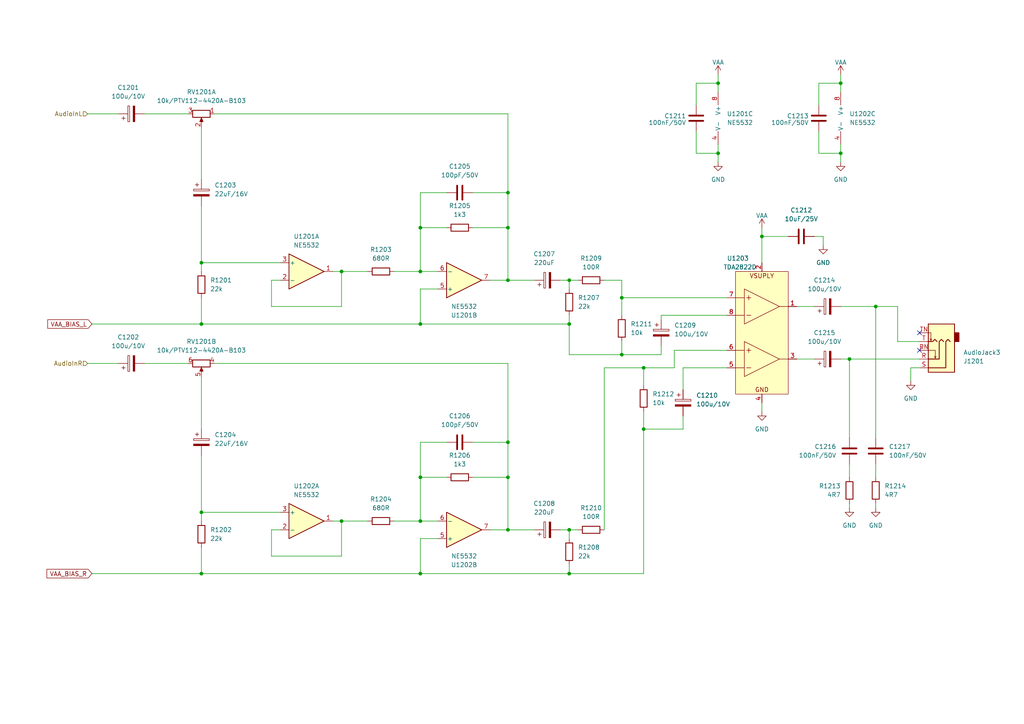
<source format=kicad_sch>
(kicad_sch (version 20230121) (generator eeschema)
  (paper "A4")
  (lib_symbols
    (symbol "Amplifier_Operational:NE5532" (pin_names (offset 0.127))
      (property "Reference" "U" (at 0 5.08 0))
      (property "Value" "NE5532" (at 0 -5.08 0))
      (symbol "NE5532_1_1"
        (polyline (pts (xy -5.08 5.08) (xy 5.08 0) (xy -5.08 -5.08) (xy -5.08 5.08)) (stroke (width 0.254)) (fill (type background)))
        (pin output line (at 7.62 0 180) (length 2.54) (name "~") (number "1"))
        (pin input line (at -7.62 -2.54 0) (length 2.54) (name "-") (number "2"))
        (pin input line (at -7.62 2.54 0) (length 2.54) (name "+") (number "3"))
      )
      (symbol "NE5532_2_1"
        (polyline (pts (xy -5.08 5.08) (xy 5.08 0) (xy -5.08 -5.08) (xy -5.08 5.08)) (stroke (width 0.254)) (fill (type background)))
        (pin input line (at -7.62 2.54 0) (length 2.54) (name "+") (number "5"))
        (pin input line (at -7.62 -2.54 0) (length 2.54) (name "-") (number "6"))
        (pin output line (at 7.62 0 180) (length 2.54) (name "~") (number "7"))
      )
      (symbol "NE5532_3_1"
        (pin power_in line (at -2.54 -7.62 90) (length 3.81) (name "V-") (number "4"))
        (pin power_in line (at -2.54 7.62 270) (length 3.81) (name "V+") (number "8"))
      )
    )
    (symbol "Connector_Audio:AudioJack3_SwitchTR"
      (property "Reference" "J" (at 0 8.89 0))
      (property "Value" "AudioJack3_SwitchTR" (at 0 6.35 0))
      (symbol "AudioJack3_SwitchTR_0_1"
        (rectangle (start -5.08 -5.08) (end -6.35 -7.62) (stroke (width 0.254)) (fill (type outline)))
        (polyline (pts (xy 0.508 -0.254) (xy 0.762 -0.762)))
        (polyline (pts (xy 1.778 -5.334) (xy 2.032 -5.842)))
        (polyline (pts (xy 0 -5.08) (xy 0.635 -5.715) (xy 1.27 -5.08) (xy 2.54 -5.08)) (stroke (width 0.254)))
        (polyline (pts (xy 2.54 -7.62) (xy 1.778 -7.62) (xy 1.778 -5.334) (xy 1.524 -5.842)))
        (polyline (pts (xy 2.54 -2.54) (xy 0.508 -2.54) (xy 0.508 -0.254) (xy 0.254 -0.762)))
        (polyline (pts (xy -1.905 -5.08) (xy -1.27 -5.715) (xy -0.635 -5.08) (xy -0.635 0) (xy 2.54 0)) (stroke (width 0.254)))
        (polyline (pts (xy 2.54 2.54) (xy -2.54 2.54) (xy -2.54 -5.08) (xy -3.175 -5.715) (xy -3.81 -5.08)) (stroke (width 0.254)))
        (rectangle (start 2.54 3.81) (end -5.08 -10.16) (stroke (width 0.254)) (fill (type background)))
      )
      (symbol "AudioJack3_SwitchTR_1_1"
        (pin passive line (at 5.08 0 180) (length 2.54) (name "~") (number "R"))
        (pin passive line (at 5.08 -2.54 180) (length 2.54) (name "~") (number "RN"))
        (pin passive line (at 5.08 2.54 180) (length 2.54) (name "~") (number "S"))
        (pin passive line (at 5.08 -5.08 180) (length 2.54) (name "~") (number "T"))
        (pin passive line (at 5.08 -7.62 180) (length 2.54) (name "~") (number "TN"))
      )
    )
    (symbol "Device:C" (pin_numbers hide) (pin_names (offset 0.254))
      (property "Reference" "C" (at 0.635 2.54 0))
      (property "Value" "C" (at 0.635 -2.54 0))
      (symbol "C_0_1"
        (polyline (pts (xy -2.032 -0.762) (xy 2.032 -0.762)) (stroke (width 0.508)))
        (polyline (pts (xy -2.032 0.762) (xy 2.032 0.762)) (stroke (width 0.508)))
      )
      (symbol "C_1_1"
        (pin passive line (at 0 3.81 270) (length 2.794) (name "~") (number "1"))
        (pin passive line (at 0 -3.81 90) (length 2.794) (name "~") (number "2"))
      )
    )
    (symbol "Device:C_Polarized" (pin_numbers hide) (pin_names (offset 0.254))
      (property "Reference" "C" (at 0.635 2.54 0))
      (property "Value" "C_Polarized" (at 0.635 -2.54 0))
      (symbol "C_Polarized_0_1"
        (rectangle (start -2.286 0.508) (end 2.286 1.016))
        (polyline (pts (xy -1.778 2.286) (xy -0.762 2.286)))
        (polyline (pts (xy -1.27 2.794) (xy -1.27 1.778)))
        (rectangle (start 2.286 -0.508) (end -2.286 -1.016) (fill (type outline)))
      )
      (symbol "C_Polarized_1_1"
        (pin passive line (at 0 3.81 270) (length 2.794) (name "~") (number "1"))
        (pin passive line (at 0 -3.81 90) (length 2.794) (name "~") (number "2"))
      )
    )
    (symbol "Device:R" (pin_numbers hide) (pin_names (offset 0))
      (property "Reference" "R" (at 2.032 0 90))
      (property "Value" "R" (at 0 0 90))
      (symbol "R_0_1"
        (rectangle (start -1.016 -2.54) (end 1.016 2.54) (stroke (width 0.254)))
      )
      (symbol "R_1_1"
        (pin passive line (at 0 3.81 270) (length 1.27) (name "~") (number "1"))
        (pin passive line (at 0 -3.81 90) (length 1.27) (name "~") (number "2"))
      )
    )
    (symbol "Device:R_Potentiometer_Dual_Separate" (pin_names (offset 1.016) hide)
      (property "Reference" "RV" (at -4.445 0 90))
      (property "Value" "R_Potentiometer_Dual_Separate" (at -2.54 0 90))
      (symbol "R_Potentiometer_Dual_Separate_0_1"
        (polyline (pts (xy 2.54 0) (xy 1.524 0)))
        (polyline (pts (xy 1.143 0) (xy 2.286 0.508) (xy 2.286 -0.508) (xy 1.143 0)) (fill (type outline)))
        (rectangle (start 1.016 2.54) (end -1.016 -2.54) (stroke (width 0.254)))
      )
      (symbol "R_Potentiometer_Dual_Separate_1_1"
        (pin passive line (at 0 3.81 270) (length 1.27) (name "1") (number "1"))
        (pin passive line (at 3.81 0 180) (length 1.27) (name "2") (number "2"))
        (pin passive line (at 0 -3.81 90) (length 1.27) (name "3") (number "3"))
      )
      (symbol "R_Potentiometer_Dual_Separate_2_1"
        (pin passive line (at 0 3.81 270) (length 1.27) (name "4") (number "4"))
        (pin passive line (at 3.81 0 180) (length 1.27) (name "5") (number "5"))
        (pin passive line (at 0 -3.81 90) (length 1.27) (name "6") (number "6"))
      )
    )
    (symbol "Skrooter_symbols:TDA2822D" (pin_names hide)
      (property "Reference" "U" (at 10.16 10.16 0))
      (symbol "TDA2822D_1_1"
        (polyline (pts (xy 2.54 -20.32) (xy 0 -20.32)))
        (polyline (pts (xy 2.54 -15.24) (xy 0 -15.24)))
        (polyline (pts (xy 2.54 -5.08) (xy 0 -5.08)))
        (polyline (pts (xy 2.54 0) (xy 0 0)))
        (polyline (pts (xy 3.175 -20.32) (xy 4.445 -20.32)))
        (polyline (pts (xy 3.175 -15.24) (xy 4.445 -15.24)))
        (polyline (pts (xy 3.175 -5.08) (xy 4.445 -5.08)))
        (polyline (pts (xy 3.175 0) (xy 4.445 0)))
        (polyline (pts (xy 3.81 -14.605) (xy 3.81 -15.875)))
        (polyline (pts (xy 3.81 0.635) (xy 3.81 -0.635)))
        (polyline (pts (xy 12.7 -17.78) (xy 15.24 -17.78)))
        (polyline (pts (xy 12.7 -2.54) (xy 15.24 -2.54)))
        (polyline (pts (xy 2.54 -12.7) (xy 2.54 -22.86) (xy 12.7 -17.78) (xy 2.54 -12.7)))
        (polyline (pts (xy 2.54 2.54) (xy 2.54 -7.62) (xy 12.7 -2.54) (xy 2.54 2.54)))
        (rectangle (start 0 7.62) (end 15.24 -27.94) (fill (type background)))
        (text "GND" (at 7.62 -26.67 0) (effects (font (size 1.27 1.27))))
        (text "VSUPLY" (at 7.62 6.35 0) (effects (font (size 1.27 1.27))))
        (pin output line (at 17.78 -2.54 180) (length 2.54) (name "OUTPUT1") (number "1"))
        (pin power_in line (at 7.62 10.16 270) (length 2.54) (name "VCC") (number "2"))
        (pin output line (at 17.78 -17.78 180) (length 2.54) (name "OUTPUT2") (number "3"))
        (pin power_in line (at 7.62 -30.48 90) (length 2.54) (name "GND") (number "4"))
        (pin input line (at -2.54 -20.32 0) (length 2.54) (name "Input2+") (number "5"))
        (pin input line (at -2.54 -15.24 0) (length 2.54) (name "Input2-") (number "6"))
        (pin input line (at -2.54 0 0) (length 2.54) (name "Input1-") (number "7"))
        (pin input line (at -2.54 -5.08 0) (length 2.54) (name "Input1+") (number "8"))
      )
    )
    (symbol "power:GND" (power) (pin_names (offset 0))
      (property "Value" "GND" (at 0 -3.81 0))
      (symbol "GND_0_1"
        (polyline (pts (xy 0 0) (xy 0 -1.27) (xy 1.27 -1.27) (xy 0 -2.54) (xy -1.27 -1.27) (xy 0 -1.27)))
      )
      (symbol "GND_1_1"
        (pin power_in line (at 0 0 270) (length 0) hide (name "GND") (number "1"))
      )
    )
    (symbol "power:VAA" (power) (pin_names (offset 0))
      (property "Value" "VAA" (at 0 3.81 0))
      (symbol "VAA_0_1"
        (polyline (pts (xy -0.762 1.27) (xy 0 2.54)))
        (polyline (pts (xy 0 0) (xy 0 2.54)))
        (polyline (pts (xy 0 2.54) (xy 0.762 1.27)))
      )
      (symbol "VAA_1_1"
        (pin power_in line (at 0 0 90) (length 0) hide (name "VAA") (number "1"))
      )
    )
  )
  (junction (at 58.42 148.59))
  (junction (at 165.1 153.67))
  (junction (at 254 88.9))
  (junction (at 147.32 153.67))
  (junction (at 121.92 93.98))
  (junction (at 121.92 166.37))
  (junction (at 121.92 66.04))
  (junction (at 147.32 138.43))
  (junction (at 243.84 44.45))
  (junction (at 99.06 78.74))
  (junction (at 147.32 81.28))
  (junction (at 220.98 68.58))
  (junction (at 147.32 55.88))
  (junction (at 147.32 128.27))
  (junction (at 180.34 102.87))
  (junction (at 208.28 44.45))
  (junction (at 165.1 93.98))
  (junction (at 99.06 151.13))
  (junction (at 243.84 24.13))
  (junction (at 121.92 138.43))
  (junction (at 147.32 66.04))
  (junction (at 165.1 166.37))
  (junction (at 180.34 86.36))
  (junction (at 58.42 166.37))
  (junction (at 186.69 106.68))
  (junction (at 121.92 151.13))
  (junction (at 186.69 124.46))
  (junction (at 58.42 76.2))
  (junction (at 208.28 24.13))
  (junction (at 246.38 104.14))
  (junction (at 58.42 93.98))
  (junction (at 165.1 81.28))
  (junction (at 121.92 78.74))
  (no_connect (at 266.7 101.6))
  (no_connect (at 266.7 96.52))
  (wire (pts (xy 62.23 33.02) (xy 147.32 33.02)))
  (wire (pts (xy 186.69 124.46) (xy 186.69 166.37)))
  (wire (pts (xy 191.77 92.71) (xy 191.77 91.44)))
  (wire (pts (xy 246.38 146.05) (xy 246.38 147.32)))
  (wire (pts (xy 129.54 66.04) (xy 121.92 66.04)))
  (wire (pts (xy 137.16 138.43) (xy 147.32 138.43)))
  (wire (pts (xy 99.06 78.74) (xy 96.52 78.74)))
  (wire (pts (xy 58.42 166.37) (xy 121.92 166.37)))
  (wire (pts (xy 147.32 66.04) (xy 147.32 55.88)))
  (wire (pts (xy 58.42 76.2) (xy 81.28 76.2)))
  (wire (pts (xy 121.92 138.43) (xy 121.92 128.27)))
  (wire (pts (xy 147.32 153.67) (xy 154.94 153.67)))
  (wire (pts (xy 180.34 86.36) (xy 210.82 86.36)))
  (wire (pts (xy 175.26 106.68) (xy 186.69 106.68)))
  (wire (pts (xy 41.91 105.41) (xy 54.61 105.41)))
  (wire (pts (xy 246.38 134.62) (xy 246.38 138.43)))
  (wire (pts (xy 186.69 111.76) (xy 186.69 106.68)))
  (wire (pts (xy 147.32 128.27) (xy 137.16 128.27)))
  (wire (pts (xy 165.1 102.87) (xy 165.1 93.98)))
  (wire (pts (xy 254 88.9) (xy 254 127)))
  (wire (pts (xy 121.92 66.04) (xy 121.92 78.74)))
  (wire (pts (xy 201.93 30.48) (xy 201.93 24.13)))
  (wire (pts (xy 191.77 91.44) (xy 210.82 91.44)))
  (wire (pts (xy 254 88.9) (xy 260.35 88.9)))
  (wire (pts (xy 121.92 83.82) (xy 121.92 93.98)))
  (wire (pts (xy 121.92 55.88) (xy 129.54 55.88)))
  (wire (pts (xy 121.92 138.43) (xy 121.92 151.13)))
  (wire (pts (xy 25.4 33.02) (xy 34.29 33.02)))
  (wire (pts (xy 237.49 30.48) (xy 237.49 24.13)))
  (wire (pts (xy 231.14 88.9) (xy 236.22 88.9)))
  (wire (pts (xy 25.4 105.41) (xy 34.29 105.41)))
  (wire (pts (xy 127 156.21) (xy 121.92 156.21)))
  (wire (pts (xy 78.74 88.9) (xy 99.06 88.9)))
  (wire (pts (xy 165.1 81.28) (xy 162.56 81.28)))
  (wire (pts (xy 121.92 78.74) (xy 127 78.74)))
  (wire (pts (xy 99.06 151.13) (xy 96.52 151.13)))
  (wire (pts (xy 147.32 81.28) (xy 154.94 81.28)))
  (wire (pts (xy 220.98 68.58) (xy 220.98 76.2)))
  (wire (pts (xy 127 83.82) (xy 121.92 83.82)))
  (wire (pts (xy 147.32 81.28) (xy 142.24 81.28)))
  (wire (pts (xy 208.28 41.91) (xy 208.28 44.45)))
  (wire (pts (xy 243.84 44.45) (xy 243.84 46.99)))
  (wire (pts (xy 198.12 106.68) (xy 198.12 113.03)))
  (wire (pts (xy 243.84 41.91) (xy 243.84 44.45)))
  (wire (pts (xy 78.74 153.67) (xy 78.74 161.29)))
  (wire (pts (xy 266.7 106.68) (xy 264.16 106.68)))
  (wire (pts (xy 254 146.05) (xy 254 147.32)))
  (wire (pts (xy 243.84 21.59) (xy 243.84 24.13)))
  (wire (pts (xy 121.92 156.21) (xy 121.92 166.37)))
  (wire (pts (xy 180.34 102.87) (xy 165.1 102.87)))
  (wire (pts (xy 114.3 78.74) (xy 121.92 78.74)))
  (wire (pts (xy 147.32 138.43) (xy 147.32 128.27)))
  (wire (pts (xy 58.42 86.36) (xy 58.42 93.98)))
  (wire (pts (xy 237.49 24.13) (xy 243.84 24.13)))
  (wire (pts (xy 210.82 106.68) (xy 198.12 106.68)))
  (wire (pts (xy 26.67 93.98) (xy 58.42 93.98)))
  (wire (pts (xy 58.42 148.59) (xy 81.28 148.59)))
  (wire (pts (xy 26.67 166.37) (xy 58.42 166.37)))
  (wire (pts (xy 58.42 76.2) (xy 58.42 78.74)))
  (wire (pts (xy 246.38 104.14) (xy 246.38 127)))
  (wire (pts (xy 121.92 93.98) (xy 165.1 93.98)))
  (wire (pts (xy 58.42 93.98) (xy 121.92 93.98)))
  (wire (pts (xy 180.34 102.87) (xy 191.77 102.87)))
  (wire (pts (xy 78.74 161.29) (xy 99.06 161.29)))
  (wire (pts (xy 165.1 93.98) (xy 165.1 91.44)))
  (wire (pts (xy 165.1 153.67) (xy 167.64 153.67)))
  (wire (pts (xy 129.54 138.43) (xy 121.92 138.43)))
  (wire (pts (xy 147.32 55.88) (xy 137.16 55.88)))
  (wire (pts (xy 165.1 81.28) (xy 167.64 81.28)))
  (wire (pts (xy 208.28 21.59) (xy 208.28 24.13)))
  (wire (pts (xy 243.84 104.14) (xy 246.38 104.14)))
  (wire (pts (xy 238.76 68.58) (xy 236.22 68.58)))
  (wire (pts (xy 121.92 128.27) (xy 129.54 128.27)))
  (wire (pts (xy 62.23 105.41) (xy 147.32 105.41)))
  (wire (pts (xy 41.91 33.02) (xy 54.61 33.02)))
  (wire (pts (xy 238.76 71.12) (xy 238.76 68.58)))
  (wire (pts (xy 243.84 44.45) (xy 237.49 44.45)))
  (wire (pts (xy 147.32 153.67) (xy 142.24 153.67)))
  (wire (pts (xy 201.93 44.45) (xy 201.93 38.1)))
  (wire (pts (xy 58.42 158.75) (xy 58.42 166.37)))
  (wire (pts (xy 254 134.62) (xy 254 138.43)))
  (wire (pts (xy 243.84 88.9) (xy 254 88.9)))
  (wire (pts (xy 147.32 33.02) (xy 147.32 55.88)))
  (wire (pts (xy 147.32 66.04) (xy 147.32 81.28)))
  (wire (pts (xy 198.12 124.46) (xy 198.12 120.65)))
  (wire (pts (xy 81.28 153.67) (xy 78.74 153.67)))
  (wire (pts (xy 121.92 166.37) (xy 165.1 166.37)))
  (wire (pts (xy 165.1 83.82) (xy 165.1 81.28)))
  (wire (pts (xy 58.42 59.69) (xy 58.42 76.2)))
  (wire (pts (xy 165.1 153.67) (xy 162.56 153.67)))
  (wire (pts (xy 186.69 166.37) (xy 165.1 166.37)))
  (wire (pts (xy 208.28 44.45) (xy 208.28 46.99)))
  (wire (pts (xy 260.35 88.9) (xy 260.35 99.06)))
  (wire (pts (xy 58.42 36.83) (xy 58.42 52.07)))
  (wire (pts (xy 78.74 81.28) (xy 78.74 88.9)))
  (wire (pts (xy 137.16 66.04) (xy 147.32 66.04)))
  (wire (pts (xy 220.98 66.04) (xy 220.98 68.58)))
  (wire (pts (xy 220.98 68.58) (xy 228.6 68.58)))
  (wire (pts (xy 195.58 106.68) (xy 186.69 106.68)))
  (wire (pts (xy 260.35 99.06) (xy 266.7 99.06)))
  (wire (pts (xy 175.26 81.28) (xy 180.34 81.28)))
  (wire (pts (xy 58.42 109.22) (xy 58.42 124.46)))
  (wire (pts (xy 264.16 106.68) (xy 264.16 110.49)))
  (wire (pts (xy 121.92 151.13) (xy 127 151.13)))
  (wire (pts (xy 58.42 148.59) (xy 58.42 151.13)))
  (wire (pts (xy 99.06 78.74) (xy 106.68 78.74)))
  (wire (pts (xy 246.38 104.14) (xy 266.7 104.14)))
  (wire (pts (xy 147.32 138.43) (xy 147.32 153.67)))
  (wire (pts (xy 231.14 104.14) (xy 236.22 104.14)))
  (wire (pts (xy 208.28 44.45) (xy 201.93 44.45)))
  (wire (pts (xy 237.49 38.1) (xy 237.49 44.45)))
  (wire (pts (xy 186.69 124.46) (xy 198.12 124.46)))
  (wire (pts (xy 243.84 24.13) (xy 243.84 26.67)))
  (wire (pts (xy 121.92 66.04) (xy 121.92 55.88)))
  (wire (pts (xy 180.34 81.28) (xy 180.34 86.36)))
  (wire (pts (xy 99.06 88.9) (xy 99.06 78.74)))
  (wire (pts (xy 81.28 81.28) (xy 78.74 81.28)))
  (wire (pts (xy 99.06 151.13) (xy 106.68 151.13)))
  (wire (pts (xy 180.34 99.06) (xy 180.34 102.87)))
  (wire (pts (xy 99.06 161.29) (xy 99.06 151.13)))
  (wire (pts (xy 175.26 153.67) (xy 175.26 106.68)))
  (wire (pts (xy 165.1 166.37) (xy 165.1 163.83)))
  (wire (pts (xy 147.32 105.41) (xy 147.32 128.27)))
  (wire (pts (xy 208.28 24.13) (xy 208.28 26.67)))
  (wire (pts (xy 180.34 86.36) (xy 180.34 91.44)))
  (wire (pts (xy 165.1 156.21) (xy 165.1 153.67)))
  (wire (pts (xy 210.82 101.6) (xy 195.58 101.6)))
  (wire (pts (xy 220.98 116.84) (xy 220.98 119.38)))
  (wire (pts (xy 114.3 151.13) (xy 121.92 151.13)))
  (wire (pts (xy 191.77 102.87) (xy 191.77 100.33)))
  (wire (pts (xy 201.93 24.13) (xy 208.28 24.13)))
  (wire (pts (xy 186.69 119.38) (xy 186.69 124.46)))
  (wire (pts (xy 195.58 101.6) (xy 195.58 106.68)))
  (wire (pts (xy 58.42 132.08) (xy 58.42 148.59)))
  (global_label "VAA_BIAS_L" (shape input) (at 26.67 93.98 180) (property "Intersheetrefs" "${INTERSHEET_REFS}" (effects hide)))
  (global_label "VAA_BIAS_R" (shape input) (at 26.67 166.37 180) (property "Intersheetrefs" "${INTERSHEET_REFS}" (effects hide)))
  (hierarchical_label "AudioInR" (shape input) (at 25.4 105.41 180))
  (hierarchical_label "AudioInL" (shape input) (at 25.4 33.02 180))
  (symbol (lib_id "Device:R_Potentiometer_Dual_Separate") (at 58.42 105.41 270) (unit 2)
    (property "Reference" "RV1201" (at 58.42 99.06 90))
    (property "Value" "10k/PTV112-4420A-B103" (at 58.42 101.6 90))
    (property "Footprint" "Skrooter_footprints:Potentiometer_Bourns_PTV09A-1_Dual_Vertical" (effects hide))
  )
  (symbol (lib_id "Connector_Audio:AudioJack3_SwitchTR") (at 271.78 104.14 180) (unit 1)
    (property "Reference" "J1201" (at 279.4 104.775 0) (effects (justify right)))
    (property "Value" "AudioJack3" (at 279.4 102.235 0) (effects (justify right)))
    (property "Footprint" "Connector_Audio:Jack_3.5mm_CUI_SJ1-3525N_Horizontal" (effects hide))
    (property "LCSC" "C668604" (effects hide))
  )
  (symbol (lib_id "Device:C_Polarized") (at 198.12 116.84 0) (unit 1)
    (property "Reference" "C1210" (at 201.93 114.681 0) (effects (justify left)))
    (property "Value" "100u/10V" (at 201.93 117.221 0) (effects (justify left)))
    (property "Footprint" "Capacitor_SMD:CP_Elec_6.3x5.8" (effects hide))
    (property "LCSC" "C2166157" (effects hide))
  )
  (symbol (lib_id "power:GND") (at 246.38 147.32 0) (mirror y) (unit 1)
    (property "Reference" "#PWR01208" (effects hide))
    (property "Value" "GND" (at 246.38 152.4 0))
  )
  (symbol (lib_id "Device:R") (at 58.42 82.55 0) (unit 1)
    (property "Reference" "R1201" (at 60.96 81.28 0) (effects (justify left)))
    (property "Value" "22k" (at 60.96 83.82 0) (effects (justify left)))
    (property "Footprint" "Resistor_SMD:R_0805_2012Metric_Pad1.20x1.40mm_HandSolder" (effects hide))
    (property "LCSC" "C479095" (effects hide))
  )
  (symbol (lib_id "Amplifier_Operational:NE5532") (at 88.9 78.74 0) (unit 1)
    (property "Reference" "U1201" (at 88.9 68.58 0))
    (property "Value" "NE5532" (at 88.9 71.12 0))
    (property "Footprint" "Package_SO:SOIC-8_3.9x4.9mm_P1.27mm" (effects hide))
    (property "Datasheet" "http://www.ti.com/lit/ds/symlink/ne5532.pdf" (effects hide))
    (property "LCSC" "C7426" (effects hide))
  )
  (symbol (lib_id "Device:C_Polarized") (at 158.75 81.28 90) (unit 1)
    (property "Reference" "C1207" (at 157.861 73.66 90))
    (property "Value" "220uF" (at 157.861 76.2 90))
    (property "Footprint" "Capacitor_SMD:CP_Elec_4x5.8" (effects hide))
    (property "LCSC" "C2165067" (effects hide))
  )
  (symbol (lib_id "Device:C_Polarized") (at 191.77 96.52 0) (unit 1)
    (property "Reference" "C1209" (at 195.58 94.361 0) (effects (justify left)))
    (property "Value" "100u/10V" (at 195.58 96.901 0) (effects (justify left)))
    (property "Footprint" "Capacitor_SMD:CP_Elec_6.3x5.8" (effects hide))
    (property "LCSC" "C2166157" (effects hide))
  )
  (symbol (lib_id "Device:C") (at 232.41 68.58 90) (unit 1)
    (property "Reference" "C1212" (at 232.41 60.96 90))
    (property "Value" "10uF/25V" (at 232.41 63.5 90))
    (property "Footprint" "Capacitor_SMD:CP_Elec_4x5.8" (effects hide))
    (property "LCSC" "C2163094" (effects hide))
  )
  (symbol (lib_id "Device:R") (at 110.49 151.13 90) (unit 1)
    (property "Reference" "R1204" (at 110.49 144.78 90))
    (property "Value" "680R" (at 110.49 147.32 90))
    (property "Footprint" "Resistor_SMD:R_0805_2012Metric_Pad1.20x1.40mm_HandSolder" (effects hide))
    (property "LCSC" "C865612" (effects hide))
  )
  (symbol (lib_id "power:GND") (at 208.28 46.99 0) (unit 1)
    (property "Reference" "#PWR01202" (effects hide))
    (property "Value" "GND" (at 208.28 52.07 0))
  )
  (symbol (lib_id "Device:R_Potentiometer_Dual_Separate") (at 58.42 33.02 270) (unit 1)
    (property "Reference" "RV1201" (at 58.42 26.67 90))
    (property "Value" "10k/PTV112-4420A-B103" (at 58.42 29.21 90))
    (property "Footprint" "Skrooter_footprints:Potentiometer_Bourns_PTV09A-1_Dual_Vertical" (effects hide))
  )
  (symbol (lib_id "power:GND") (at 238.76 71.12 0) (unit 1)
    (property "Reference" "#PWR01205" (effects hide))
    (property "Value" "GND" (at 238.76 76.2 0))
  )
  (symbol (lib_id "Amplifier_Operational:NE5532") (at 134.62 153.67 0) (mirror x) (unit 2)
    (property "Reference" "U1202" (at 134.62 163.83 0))
    (property "Value" "NE5532" (at 134.62 161.29 0))
    (property "Footprint" "Package_SO:SOIC-8_3.9x4.9mm_P1.27mm" (effects hide))
    (property "Datasheet" "http://www.ti.com/lit/ds/symlink/ne5532.pdf" (effects hide))
    (property "LCSC" "C7426" (effects hide))
  )
  (symbol (lib_id "power:GND") (at 254 147.32 0) (unit 1)
    (property "Reference" "#PWR01209" (effects hide))
    (property "Value" "GND" (at 254 152.4 0))
  )
  (symbol (lib_id "Device:R") (at 165.1 87.63 0) (unit 1)
    (property "Reference" "R1207" (at 167.64 86.36 0) (effects (justify left)))
    (property "Value" "22k" (at 167.64 88.9 0) (effects (justify left)))
    (property "Footprint" "Resistor_SMD:R_0805_2012Metric_Pad1.20x1.40mm_HandSolder" (effects hide))
    (property "LCSC" "C479095" (effects hide))
  )
  (symbol (lib_id "Device:R") (at 165.1 160.02 0) (unit 1)
    (property "Reference" "R1208" (at 167.64 158.75 0) (effects (justify left)))
    (property "Value" "22k" (at 167.64 161.29 0) (effects (justify left)))
    (property "Footprint" "Resistor_SMD:R_0805_2012Metric_Pad1.20x1.40mm_HandSolder" (effects hide))
    (property "LCSC" "C479095" (effects hide))
  )
  (symbol (lib_id "Device:R") (at 171.45 153.67 90) (unit 1)
    (property "Reference" "R1210" (at 171.45 147.32 90))
    (property "Value" "100R" (at 171.45 149.86 90))
    (property "Footprint" "Resistor_SMD:R_0805_2012Metric_Pad1.20x1.40mm_HandSolder" (effects hide))
    (property "LCSC" "C217766" (effects hide))
  )
  (symbol (lib_id "Device:R") (at 186.69 115.57 0) (unit 1)
    (property "Reference" "R1212" (at 189.23 114.3 0) (effects (justify left)))
    (property "Value" "10k" (at 189.23 116.84 0) (effects (justify left)))
    (property "Footprint" "Resistor_SMD:R_0805_2012Metric_Pad1.20x1.40mm_HandSolder" (effects hide))
    (property "LCSC" "C17414" (effects hide))
  )
  (symbol (lib_id "power:VAA") (at 243.84 21.59 0) (unit 1)
    (property "Reference" "#PWR01206" (effects hide))
    (property "Value" "VAA" (at 243.84 18.0881 0))
  )
  (symbol (lib_id "Device:R") (at 171.45 81.28 90) (unit 1)
    (property "Reference" "R1209" (at 171.45 74.93 90))
    (property "Value" "100R" (at 171.45 77.47 90))
    (property "Footprint" "Resistor_SMD:R_0805_2012Metric_Pad1.20x1.40mm_HandSolder" (effects hide))
    (property "LCSC" "C217766" (effects hide))
  )
  (symbol (lib_id "Device:R") (at 58.42 154.94 0) (unit 1)
    (property "Reference" "R1202" (at 60.96 153.67 0) (effects (justify left)))
    (property "Value" "22k" (at 60.96 156.21 0) (effects (justify left)))
    (property "Footprint" "Resistor_SMD:R_0805_2012Metric_Pad1.20x1.40mm_HandSolder" (effects hide))
    (property "LCSC" "C479095" (effects hide))
  )
  (symbol (lib_id "Device:R") (at 133.35 138.43 90) (unit 1)
    (property "Reference" "R1206" (at 133.35 132.08 90))
    (property "Value" "1k3" (at 133.35 134.62 90))
    (property "Footprint" "Resistor_SMD:R_0805_2012Metric_Pad1.20x1.40mm_HandSolder" (effects hide))
    (property "LCSC" "C218394" (effects hide))
  )
  (symbol (lib_id "Amplifier_Operational:NE5532") (at 134.62 81.28 0) (mirror x) (unit 2)
    (property "Reference" "U1201" (at 134.62 91.44 0))
    (property "Value" "NE5532" (at 134.62 88.9 0))
    (property "Footprint" "Package_SO:SOIC-8_3.9x4.9mm_P1.27mm" (effects hide))
    (property "Datasheet" "http://www.ti.com/lit/ds/symlink/ne5532.pdf" (effects hide))
    (property "LCSC" "C7426" (effects hide))
  )
  (symbol (lib_id "Device:R") (at 246.38 142.24 0) (mirror y) (unit 1)
    (property "Reference" "R1213" (at 243.84 140.97 0) (effects (justify left)))
    (property "Value" "4R7" (at 243.84 143.51 0) (effects (justify left)))
    (property "Footprint" "Resistor_SMD:R_0805_2012Metric_Pad1.20x1.40mm_HandSolder" (effects hide))
    (property "LCSC" "C2683106" (effects hide))
  )
  (symbol (lib_id "Device:C") (at 133.35 55.88 90) (unit 1)
    (property "Reference" "C1205" (at 133.35 48.26 90))
    (property "Value" "100pF/50V" (at 133.35 50.8 90))
    (property "Footprint" "Capacitor_SMD:C_0805_2012Metric_Pad1.18x1.45mm_HandSolder" (effects hide))
    (property "LCSC" "C1790" (effects hide))
  )
  (symbol (lib_id "Device:C_Polarized") (at 58.42 128.27 0) (unit 1)
    (property "Reference" "C1204" (at 62.23 126.111 0) (effects (justify left)))
    (property "Value" "22uF/16V" (at 62.23 128.651 0) (effects (justify left)))
    (property "Footprint" "Capacitor_SMD:CP_Elec_5x5.8" (effects hide))
    (property "LCSC" "C2163245" (effects hide))
  )
  (symbol (lib_id "power:VAA") (at 208.28 21.59 0) (unit 1)
    (property "Reference" "#PWR01201" (effects hide))
    (property "Value" "VAA" (at 208.28 18.0881 0))
  )
  (symbol (lib_id "Amplifier_Operational:NE5532") (at 246.38 34.29 0) (unit 3)
    (property "Reference" "U1202" (at 250.19 33.02 0))
    (property "Value" "NE5532" (at 250.19 35.56 0))
    (property "Footprint" "Package_SO:SOIC-8_3.9x4.9mm_P1.27mm" (effects hide))
    (property "Datasheet" "http://www.ti.com/lit/ds/symlink/ne5532.pdf" (effects hide))
    (property "LCSC" "C7426" (effects hide))
  )
  (symbol (lib_id "Device:R") (at 133.35 66.04 90) (unit 1)
    (property "Reference" "R1205" (at 133.35 59.69 90))
    (property "Value" "1k3" (at 133.35 62.23 90))
    (property "Footprint" "Resistor_SMD:R_0805_2012Metric_Pad1.20x1.40mm_HandSolder" (effects hide))
    (property "LCSC" "C218394" (effects hide))
  )
  (symbol (lib_id "Device:C") (at 133.35 128.27 90) (unit 1)
    (property "Reference" "C1206" (at 133.35 120.65 90))
    (property "Value" "100pF/50V" (at 133.35 123.19 90))
    (property "Footprint" "Capacitor_SMD:C_0805_2012Metric_Pad1.18x1.45mm_HandSolder" (effects hide))
    (property "LCSC" "C1790" (effects hide))
  )
  (symbol (lib_id "power:GND") (at 264.16 110.49 0) (unit 1)
    (property "Reference" "#PWR01210" (effects hide))
    (property "Value" "GND" (at 264.16 115.57 0))
  )
  (symbol (lib_id "Device:C_Polarized") (at 240.03 104.14 90) (unit 1)
    (property "Reference" "C1215" (at 239.141 96.52 90))
    (property "Value" "100u/10V" (at 239.141 99.06 90))
    (property "Footprint" "Capacitor_SMD:CP_Elec_6.3x5.8" (effects hide))
    (property "LCSC" "C2166157" (effects hide))
  )
  (symbol (lib_id "Device:C_Polarized") (at 240.03 88.9 90) (unit 1)
    (property "Reference" "C1214" (at 239.141 81.28 90))
    (property "Value" "100u/10V" (at 239.141 83.82 90))
    (property "Footprint" "Capacitor_SMD:CP_Elec_6.3x5.8" (effects hide))
    (property "LCSC" "C2166157" (effects hide))
  )
  (symbol (lib_id "power:GND") (at 220.98 119.38 0) (mirror y) (unit 1)
    (property "Reference" "#PWR01204" (effects hide))
    (property "Value" "GND" (at 220.98 124.46 0))
  )
  (symbol (lib_id "Device:R") (at 254 142.24 0) (unit 1)
    (property "Reference" "R1214" (at 256.54 140.97 0) (effects (justify left)))
    (property "Value" "4R7" (at 256.54 143.51 0) (effects (justify left)))
    (property "Footprint" "Resistor_SMD:R_0805_2012Metric_Pad1.20x1.40mm_HandSolder" (effects hide))
    (property "LCSC" "C2683106" (effects hide))
  )
  (symbol (lib_id "Device:C_Polarized") (at 38.1 105.41 90) (unit 1)
    (property "Reference" "C1202" (at 37.211 97.79 90))
    (property "Value" "100u/10V" (at 37.211 100.33 90))
    (property "Footprint" "Capacitor_SMD:CP_Elec_6.3x5.8" (effects hide))
    (property "LCSC" "C2166157" (effects hide))
  )
  (symbol (lib_id "Device:R") (at 180.34 95.25 0) (unit 1)
    (property "Reference" "R1211" (at 182.88 93.98 0) (effects (justify left)))
    (property "Value" "10k" (at 182.88 96.52 0) (effects (justify left)))
    (property "Footprint" "Resistor_SMD:R_0805_2012Metric_Pad1.20x1.40mm_HandSolder" (effects hide))
    (property "LCSC" "C17414" (effects hide))
  )
  (symbol (lib_id "power:VAA") (at 220.98 66.04 0) (unit 1)
    (property "Reference" "#PWR01203" (effects hide))
    (property "Value" "VAA" (at 220.98 62.5381 0))
  )
  (symbol (lib_id "Amplifier_Operational:NE5532") (at 210.82 34.29 0) (unit 3)
    (property "Reference" "U1201" (at 214.63 33.02 0))
    (property "Value" "NE5532" (at 214.63 35.56 0))
    (property "Footprint" "Package_SO:SOIC-8_3.9x4.9mm_P1.27mm" (effects hide))
    (property "Datasheet" "http://www.ti.com/lit/ds/symlink/ne5532.pdf" (effects hide))
    (property "LCSC" "C7426" (effects hide))
  )
  (symbol (lib_id "Device:C") (at 246.38 130.81 0) (mirror y) (unit 1)
    (property "Reference" "C1216" (at 242.57 129.54 0) (effects (justify left)))
    (property "Value" "100nF/50V" (at 242.57 132.08 0) (effects (justify left)))
    (property "Footprint" "Capacitor_SMD:C_0805_2012Metric_Pad1.18x1.45mm_HandSolder" (effects hide))
    (property "LCSC" "C49678" (effects hide))
  )
  (symbol (lib_id "Device:C") (at 201.93 34.29 0) (mirror y) (unit 1)
    (property "Reference" "C1211" (at 199.009 33.6463 0) (effects (justify left)))
    (property "Value" "100nF/50V" (at 199.009 35.5673 0) (effects (justify left)))
    (property "Footprint" "Capacitor_SMD:C_0805_2012Metric_Pad1.18x1.45mm_HandSolder" (effects hide))
    (property "LCSC" "C49678" (effects hide))
  )
  (symbol (lib_id "power:GND") (at 243.84 46.99 0) (unit 1)
    (property "Reference" "#PWR01207" (effects hide))
    (property "Value" "GND" (at 243.84 52.07 0))
  )
  (symbol (lib_id "Skrooter_symbols:TDA2822D") (at 213.36 86.36 0) (unit 1)
    (property "Reference" "U1203" (at 210.82 74.93 0) (effects (justify left)))
    (property "Value" "TDA2822D" (at 214.63 77.47 0))
    (property "Footprint" "Package_SO:SOP-8_3.9x4.9mm_P1.27mm" (effects hide))
    (property "LCSC" "C5145398" (effects hide))
  )
  (symbol (lib_id "Device:R") (at 110.49 78.74 90) (unit 1)
    (property "Reference" "R1203" (at 110.49 72.39 90))
    (property "Value" "680R" (at 110.49 74.93 90))
    (property "Footprint" "Resistor_SMD:R_0805_2012Metric_Pad1.20x1.40mm_HandSolder" (effects hide))
    (property "LCSC" "C865612" (effects hide))
  )
  (symbol (lib_id "Device:C_Polarized") (at 58.42 55.88 0) (unit 1)
    (property "Reference" "C1203" (at 62.23 53.721 0) (effects (justify left)))
    (property "Value" "22uF/16V" (at 62.23 56.261 0) (effects (justify left)))
    (property "Footprint" "Capacitor_SMD:CP_Elec_5x5.8" (effects hide))
    (property "LCSC" "C2163245" (effects hide))
  )
  (symbol (lib_id "Device:C") (at 254 130.81 0) (unit 1)
    (property "Reference" "C1217" (at 257.81 129.54 0) (effects (justify left)))
    (property "Value" "100nF/50V" (at 257.81 132.08 0) (effects (justify left)))
    (property "Footprint" "Capacitor_SMD:C_0805_2012Metric_Pad1.18x1.45mm_HandSolder" (effects hide))
    (property "LCSC" "C49678" (effects hide))
  )
  (symbol (lib_id "Device:C_Polarized") (at 38.1 33.02 90) (unit 1)
    (property "Reference" "C1201" (at 37.211 25.4 90))
    (property "Value" "100u/10V" (at 37.211 27.94 90))
    (property "Footprint" "Capacitor_SMD:CP_Elec_6.3x5.8" (effects hide))
    (property "LCSC" "C2166157" (effects hide))
  )
  (symbol (lib_id "Amplifier_Operational:NE5532") (at 88.9 151.13 0) (unit 1)
    (property "Reference" "U1202" (at 88.9 140.97 0))
    (property "Value" "NE5532" (at 88.9 143.51 0))
    (property "Footprint" "Package_SO:SOIC-8_3.9x4.9mm_P1.27mm" (effects hide))
    (property "Datasheet" "http://www.ti.com/lit/ds/symlink/ne5532.pdf" (effects hide))
    (property "LCSC" "C7426" (effects hide))
  )
  (symbol (lib_id "Device:C_Polarized") (at 158.75 153.67 90) (unit 1)
    (property "Reference" "C1208" (at 157.861 146.05 90))
    (property "Value" "220uF" (at 157.861 148.59 90))
    (property "Footprint" "Capacitor_SMD:CP_Elec_4x5.8" (effects hide))
    (property "LCSC" "C2165067" (effects hide))
  )
  (symbol (lib_id "Device:C") (at 237.49 34.29 0) (mirror y) (unit 1)
    (property "Reference" "C1213" (at 234.569 33.6463 0) (effects (justify left)))
    (property "Value" "100nF/50V" (at 234.569 35.5673 0) (effects (justify left)))
    (property "Footprint" "Capacitor_SMD:C_0805_2012Metric_Pad1.18x1.45mm_HandSolder" (effects hide))
    (property "LCSC" "C49678" (effects hide))
  )
)
</source>
